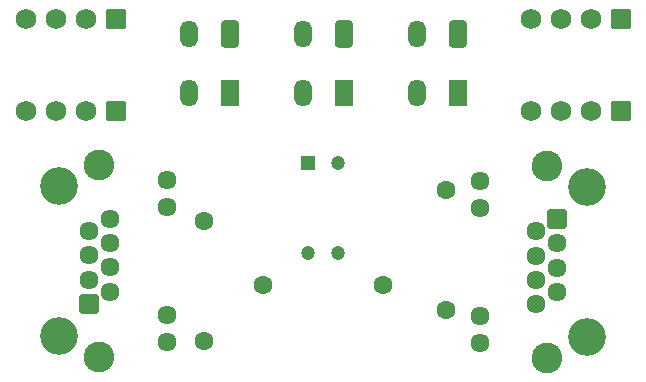
<source format=gts>
G04 #@! TF.GenerationSoftware,KiCad,Pcbnew,9.0.2*
G04 #@! TF.CreationDate,2025-11-18T17:36:02+08:00*
G04 #@! TF.ProjectId,rio module,72696f20-6d6f-4647-956c-652e6b696361,rev?*
G04 #@! TF.SameCoordinates,Original*
G04 #@! TF.FileFunction,Soldermask,Top*
G04 #@! TF.FilePolarity,Negative*
%FSLAX46Y46*%
G04 Gerber Fmt 4.6, Leading zero omitted, Abs format (unit mm)*
G04 Created by KiCad (PCBNEW 9.0.2) date 2025-11-18 17:36:02*
%MOMM*%
%LPD*%
G01*
G04 APERTURE LIST*
G04 Aperture macros list*
%AMRoundRect*
0 Rectangle with rounded corners*
0 $1 Rounding radius*
0 $2 $3 $4 $5 $6 $7 $8 $9 X,Y pos of 4 corners*
0 Add a 4 corners polygon primitive as box body*
4,1,4,$2,$3,$4,$5,$6,$7,$8,$9,$2,$3,0*
0 Add four circle primitives for the rounded corners*
1,1,$1+$1,$2,$3*
1,1,$1+$1,$4,$5*
1,1,$1+$1,$6,$7*
1,1,$1+$1,$8,$9*
0 Add four rect primitives between the rounded corners*
20,1,$1+$1,$2,$3,$4,$5,0*
20,1,$1+$1,$4,$5,$6,$7,0*
20,1,$1+$1,$6,$7,$8,$9,0*
20,1,$1+$1,$8,$9,$2,$3,0*%
G04 Aperture macros list end*
%ADD10C,3.200000*%
%ADD11RoundRect,0.102000X-0.704000X0.704000X-0.704000X-0.704000X0.704000X-0.704000X0.704000X0.704000X0*%
%ADD12C,1.612000*%
%ADD13C,2.604000*%
%ADD14RoundRect,0.250000X0.620000X0.620000X-0.620000X0.620000X-0.620000X-0.620000X0.620000X-0.620000X0*%
%ADD15C,1.740000*%
%ADD16R,1.500000X2.300000*%
%ADD17RoundRect,0.250001X0.499999X0.899999X-0.499999X0.899999X-0.499999X-0.899999X0.499999X-0.899999X0*%
%ADD18O,1.500000X2.300000*%
%ADD19C,1.600000*%
%ADD20R,1.200000X1.200000*%
%ADD21C,1.200000*%
%ADD22RoundRect,0.102000X0.704000X-0.704000X0.704000X0.704000X-0.704000X0.704000X-0.704000X-0.704000X0*%
G04 APERTURE END LIST*
D10*
X50750000Y-75890000D03*
X50750000Y-88590000D03*
D11*
X53290000Y-85810000D03*
D12*
X55070000Y-84790000D03*
X53290000Y-83770000D03*
X55070000Y-82750000D03*
X53290000Y-81730000D03*
X55070000Y-80710000D03*
X53290000Y-79690000D03*
X55070000Y-78670000D03*
X59890000Y-89100000D03*
X59890000Y-86810000D03*
X59890000Y-77670000D03*
X59890000Y-75380000D03*
D13*
X54180000Y-74115000D03*
X54180000Y-90365000D03*
D14*
X98305000Y-61750000D03*
D15*
X95765000Y-61750000D03*
X93225000Y-61750000D03*
X90685000Y-61750000D03*
D16*
X74910000Y-67982500D03*
D17*
X74910000Y-62982500D03*
D18*
X71410000Y-67982500D03*
X71410000Y-62982500D03*
D19*
X83547500Y-76170000D03*
X83547500Y-86330000D03*
D14*
X55555000Y-61750000D03*
D15*
X53015000Y-61750000D03*
X50475000Y-61750000D03*
X47935000Y-61750000D03*
D16*
X65250000Y-67982500D03*
D17*
X65250000Y-62982500D03*
D18*
X61750000Y-67982500D03*
X61750000Y-62982500D03*
D19*
X63000000Y-89000000D03*
X63000000Y-78840000D03*
D14*
X98305000Y-69500000D03*
D15*
X95765000Y-69500000D03*
X93225000Y-69500000D03*
X90685000Y-69500000D03*
D20*
X71855000Y-73940000D03*
D21*
X71855000Y-81560000D03*
X74395000Y-73940000D03*
X74395000Y-81560000D03*
D10*
X95500000Y-88600000D03*
X95500000Y-75900000D03*
D22*
X92960000Y-78680000D03*
D12*
X91180000Y-79700000D03*
X92960000Y-80720000D03*
X91180000Y-81740000D03*
X92960000Y-82760000D03*
X91180000Y-83780000D03*
X92960000Y-84800000D03*
X91180000Y-85820000D03*
X86360000Y-75390000D03*
X86360000Y-77680000D03*
X86360000Y-86820000D03*
X86360000Y-89110000D03*
D13*
X92070000Y-90375000D03*
X92070000Y-74125000D03*
D19*
X78205000Y-84250000D03*
X68045000Y-84250000D03*
D16*
X84580000Y-68000000D03*
D17*
X84580000Y-63000000D03*
D18*
X81080000Y-68000000D03*
X81080000Y-63000000D03*
D14*
X55555000Y-69500000D03*
D15*
X53015000Y-69500000D03*
X50475000Y-69500000D03*
X47935000Y-69500000D03*
M02*

</source>
